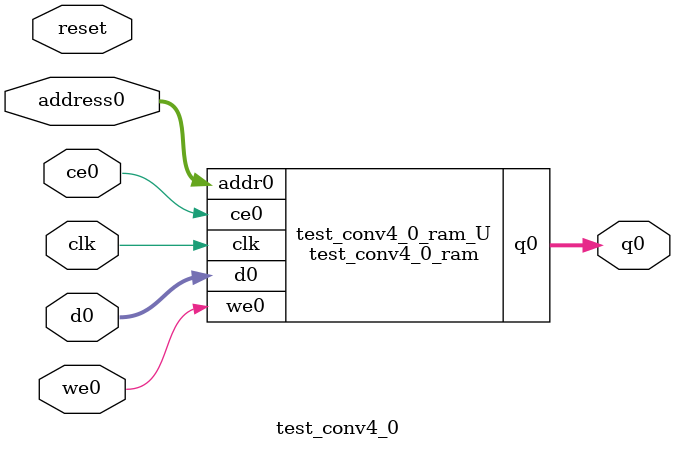
<source format=v>
`timescale 1 ns / 1 ps
module test_conv4_0_ram (addr0, ce0, d0, we0, q0,  clk);

parameter DWIDTH = 32;
parameter AWIDTH = 16;
parameter MEM_SIZE = 51200;

input[AWIDTH-1:0] addr0;
input ce0;
input[DWIDTH-1:0] d0;
input we0;
output reg[DWIDTH-1:0] q0;
input clk;

(* ram_style = "block" *)reg [DWIDTH-1:0] ram[0:MEM_SIZE-1];




always @(posedge clk)  
begin 
    if (ce0) begin
        if (we0) 
            ram[addr0] <= d0; 
        q0 <= ram[addr0];
    end
end


endmodule

`timescale 1 ns / 1 ps
module test_conv4_0(
    reset,
    clk,
    address0,
    ce0,
    we0,
    d0,
    q0);

parameter DataWidth = 32'd32;
parameter AddressRange = 32'd51200;
parameter AddressWidth = 32'd16;
input reset;
input clk;
input[AddressWidth - 1:0] address0;
input ce0;
input we0;
input[DataWidth - 1:0] d0;
output[DataWidth - 1:0] q0;



test_conv4_0_ram test_conv4_0_ram_U(
    .clk( clk ),
    .addr0( address0 ),
    .ce0( ce0 ),
    .we0( we0 ),
    .d0( d0 ),
    .q0( q0 ));

endmodule


</source>
